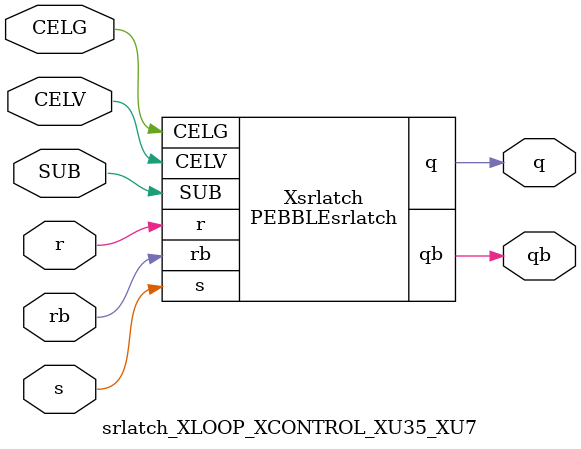
<source format=v>



module PEBBLEsrlatch ( q, qb, CELG, CELV, SUB, r, rb, s );

  input CELV;
  input s;
  output q;
  input rb;
  input r;
  input SUB;
  input CELG;
  output qb;
endmodule

//Celera Confidential Do Not Copy srlatch_XLOOP_XCONTROL_XU35_XU7
//Celera Confidential Symbol Generator
//SR Latch
module srlatch_XLOOP_XCONTROL_XU35_XU7 (CELV,CELG,s,r,rb,q,qb,SUB);
input CELV;
input CELG;
input s;
input r;
input rb;
input SUB;
output q;
output qb;

//Celera Confidential Do Not Copy srlatch
PEBBLEsrlatch Xsrlatch(
.CELV (CELV),
.r (r),
.s (s),
.q (q),
.qb (qb),
.rb (rb),
.SUB (SUB),
.CELG (CELG)
);
//,diesize,PEBBLEsrlatch

//Celera Confidential Do Not Copy Module End
//Celera Schematic Generator
endmodule

</source>
